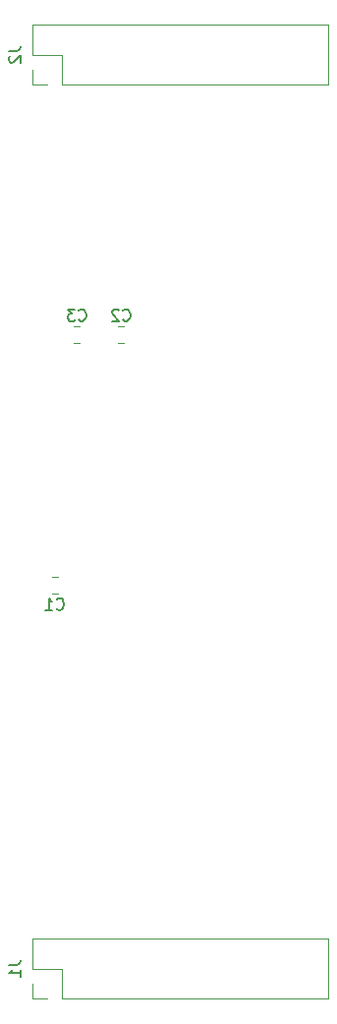
<source format=gbr>
G04 #@! TF.GenerationSoftware,KiCad,Pcbnew,5.0.2-bee76a0~70~ubuntu18.04.1*
G04 #@! TF.CreationDate,2019-07-23T10:59:54+02:00*
G04 #@! TF.ProjectId,stm32f205,73746d33-3266-4323-9035-2e6b69636164,rev?*
G04 #@! TF.SameCoordinates,Original*
G04 #@! TF.FileFunction,Legend,Bot*
G04 #@! TF.FilePolarity,Positive*
%FSLAX46Y46*%
G04 Gerber Fmt 4.6, Leading zero omitted, Abs format (unit mm)*
G04 Created by KiCad (PCBNEW 5.0.2-bee76a0~70~ubuntu18.04.1) date mar. 23 juil. 2019 10:59:54 CEST*
%MOMM*%
%LPD*%
G01*
G04 APERTURE LIST*
%ADD10C,0.120000*%
%ADD11C,0.150000*%
G04 APERTURE END LIST*
D10*
G04 #@! TO.C,J2*
X49470000Y-76200000D02*
X49470000Y-77530000D01*
X49470000Y-77530000D02*
X50800000Y-77530000D01*
X49470000Y-74930000D02*
X52070000Y-74930000D01*
X52070000Y-74930000D02*
X52070000Y-77530000D01*
X52070000Y-77530000D02*
X74990000Y-77530000D01*
X74990000Y-72330000D02*
X74990000Y-77530000D01*
X49470000Y-72330000D02*
X74990000Y-72330000D01*
X49470000Y-72330000D02*
X49470000Y-74930000D01*
G04 #@! TO.C,J1*
X49470000Y-151070000D02*
X49470000Y-153670000D01*
X49470000Y-151070000D02*
X74990000Y-151070000D01*
X74990000Y-151070000D02*
X74990000Y-156270000D01*
X52070000Y-156270000D02*
X74990000Y-156270000D01*
X52070000Y-153670000D02*
X52070000Y-156270000D01*
X49470000Y-153670000D02*
X52070000Y-153670000D01*
X49470000Y-156270000D02*
X50800000Y-156270000D01*
X49470000Y-154940000D02*
X49470000Y-156270000D01*
G04 #@! TO.C,C3*
X53598578Y-98350000D02*
X53081422Y-98350000D01*
X53598578Y-99770000D02*
X53081422Y-99770000D01*
G04 #@! TO.C,C2*
X56891422Y-98350000D02*
X57408578Y-98350000D01*
X56891422Y-99770000D02*
X57408578Y-99770000D01*
G04 #@! TO.C,C1*
X51176422Y-121360000D02*
X51693578Y-121360000D01*
X51176422Y-119940000D02*
X51693578Y-119940000D01*
G04 #@! TO.C,J2*
D11*
X47482380Y-74596666D02*
X48196666Y-74596666D01*
X48339523Y-74549047D01*
X48434761Y-74453809D01*
X48482380Y-74310952D01*
X48482380Y-74215714D01*
X47577619Y-75025238D02*
X47530000Y-75072857D01*
X47482380Y-75168095D01*
X47482380Y-75406190D01*
X47530000Y-75501428D01*
X47577619Y-75549047D01*
X47672857Y-75596666D01*
X47768095Y-75596666D01*
X47910952Y-75549047D01*
X48482380Y-74977619D01*
X48482380Y-75596666D01*
G04 #@! TO.C,J1*
X47482380Y-153336666D02*
X48196666Y-153336666D01*
X48339523Y-153289047D01*
X48434761Y-153193809D01*
X48482380Y-153050952D01*
X48482380Y-152955714D01*
X48482380Y-154336666D02*
X48482380Y-153765238D01*
X48482380Y-154050952D02*
X47482380Y-154050952D01*
X47625238Y-153955714D01*
X47720476Y-153860476D01*
X47768095Y-153765238D01*
G04 #@! TO.C,C3*
X53506666Y-97766142D02*
X53554285Y-97813761D01*
X53697142Y-97861380D01*
X53792380Y-97861380D01*
X53935238Y-97813761D01*
X54030476Y-97718523D01*
X54078095Y-97623285D01*
X54125714Y-97432809D01*
X54125714Y-97289952D01*
X54078095Y-97099476D01*
X54030476Y-97004238D01*
X53935238Y-96909000D01*
X53792380Y-96861380D01*
X53697142Y-96861380D01*
X53554285Y-96909000D01*
X53506666Y-96956619D01*
X53173333Y-96861380D02*
X52554285Y-96861380D01*
X52887619Y-97242333D01*
X52744761Y-97242333D01*
X52649523Y-97289952D01*
X52601904Y-97337571D01*
X52554285Y-97432809D01*
X52554285Y-97670904D01*
X52601904Y-97766142D01*
X52649523Y-97813761D01*
X52744761Y-97861380D01*
X53030476Y-97861380D01*
X53125714Y-97813761D01*
X53173333Y-97766142D01*
G04 #@! TO.C,C2*
X57316666Y-97766142D02*
X57364285Y-97813761D01*
X57507142Y-97861380D01*
X57602380Y-97861380D01*
X57745238Y-97813761D01*
X57840476Y-97718523D01*
X57888095Y-97623285D01*
X57935714Y-97432809D01*
X57935714Y-97289952D01*
X57888095Y-97099476D01*
X57840476Y-97004238D01*
X57745238Y-96909000D01*
X57602380Y-96861380D01*
X57507142Y-96861380D01*
X57364285Y-96909000D01*
X57316666Y-96956619D01*
X56935714Y-96956619D02*
X56888095Y-96909000D01*
X56792857Y-96861380D01*
X56554761Y-96861380D01*
X56459523Y-96909000D01*
X56411904Y-96956619D01*
X56364285Y-97051857D01*
X56364285Y-97147095D01*
X56411904Y-97289952D01*
X56983333Y-97861380D01*
X56364285Y-97861380D01*
G04 #@! TO.C,C1*
X51601666Y-122657142D02*
X51649285Y-122704761D01*
X51792142Y-122752380D01*
X51887380Y-122752380D01*
X52030238Y-122704761D01*
X52125476Y-122609523D01*
X52173095Y-122514285D01*
X52220714Y-122323809D01*
X52220714Y-122180952D01*
X52173095Y-121990476D01*
X52125476Y-121895238D01*
X52030238Y-121800000D01*
X51887380Y-121752380D01*
X51792142Y-121752380D01*
X51649285Y-121800000D01*
X51601666Y-121847619D01*
X50649285Y-122752380D02*
X51220714Y-122752380D01*
X50935000Y-122752380D02*
X50935000Y-121752380D01*
X51030238Y-121895238D01*
X51125476Y-121990476D01*
X51220714Y-122038095D01*
G04 #@! TD*
M02*

</source>
